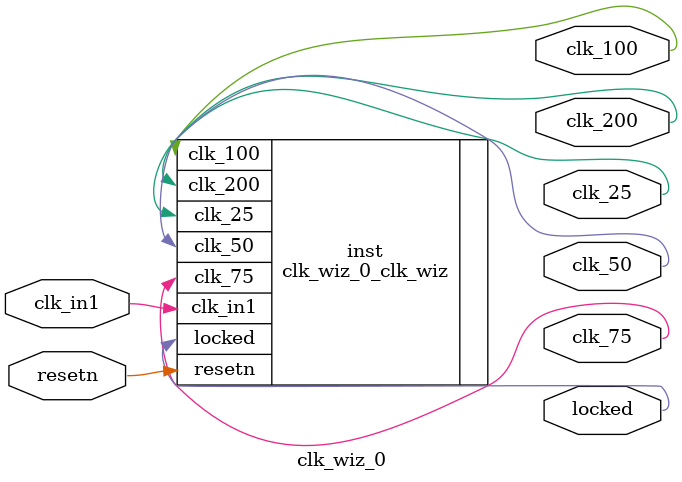
<source format=v>


`timescale 1ps/1ps

(* CORE_GENERATION_INFO = "clk_wiz_0,clk_wiz_v6_0_4_0_0,{component_name=clk_wiz_0,use_phase_alignment=true,use_min_o_jitter=false,use_max_i_jitter=false,use_dyn_phase_shift=false,use_inclk_switchover=false,use_dyn_reconfig=false,enable_axi=0,feedback_source=FDBK_AUTO,PRIMITIVE=PLL,num_out_clk=5,clkin1_period=10.000,clkin2_period=10.000,use_power_down=false,use_reset=true,use_locked=true,use_inclk_stopped=false,feedback_type=SINGLE,CLOCK_MGR_TYPE=NA,manual_override=false}" *)

module clk_wiz_0 
 (
  // Clock out ports
  output        clk_25,
  output        clk_50,
  output        clk_75,
  output        clk_100,
  output        clk_200,
  // Status and control signals
  input         resetn,
  output        locked,
 // Clock in ports
  input         clk_in1
 );

  clk_wiz_0_clk_wiz inst
  (
  // Clock out ports  
  .clk_25(clk_25),
  .clk_50(clk_50),
  .clk_75(clk_75),
  .clk_100(clk_100),
  .clk_200(clk_200),
  // Status and control signals               
  .resetn(resetn), 
  .locked(locked),
 // Clock in ports
  .clk_in1(clk_in1)
  );

endmodule

</source>
